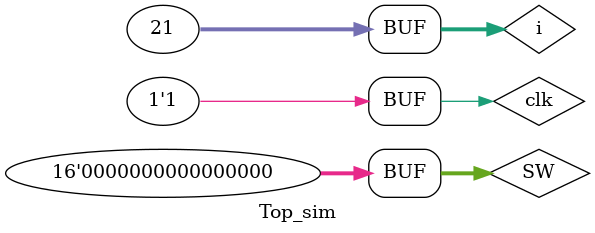
<source format=v>
`timescale 1ns / 1ps


module Top_sim;

	// Inputs
	reg clk;
	reg [15:0] SW;

	// Outputs 
	wire [3:0] A;

	// Instantiate the Unit Under Test (UUT)
	TopModule uut (
		.clk(clk), 
		.SW(SW), 
		.A(A)
	);
	
	integer i;
	initial begin
		// Initialize Inputs
		clk = 0;
		SW = 0;

		// Wait 100 ns for global reset to finish
		#20;
		SW[15] = 1'b1;
		#5;
		
		SW[15] = 1'b0;
		SW[0] = 0;
		SW[2] = 0;
		for( i=0;i<=20;i=i+1)begin
			clk = ~clk;
			#5;
		end
		
		// Add stimulus here

	end
      
endmodule


</source>
